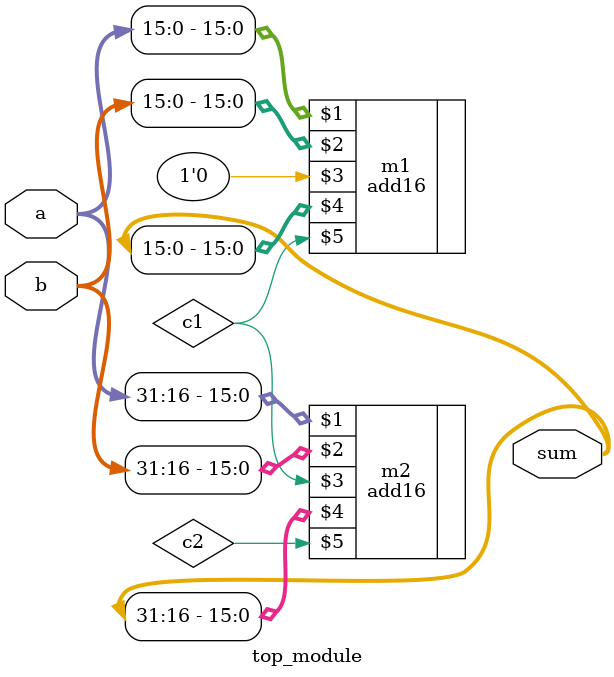
<source format=v>
module top_module(
    input [31:0] a,
    input [31:0] b,
    output [31:0] sum
);
    wire c1, c2;
    
    add16 m1 (a[15:0] , b[15:0], 1'b0, sum[15:0], c1);
    add16 m2 (a[31:16] , b[31:16], c1, sum[31:16], c2);
    

endmodule

</source>
